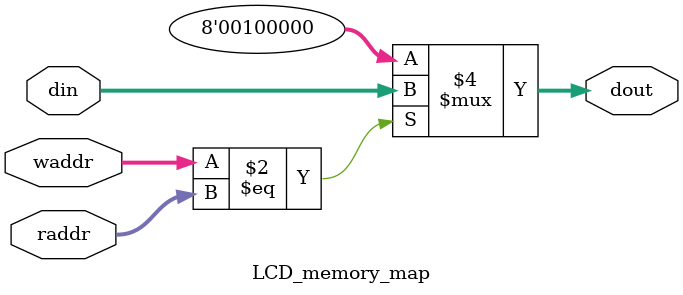
<source format=v>
module LCD_memory_map (
	input		   [4:0]	raddr,
	input		   [7:0]	din,
	input		   [4:0]	waddr,
	output reg	[7:0]	dout
	);
	
   always @(raddr, din, waddr)
      if (waddr == raddr)
         dout = din;
      else
         dout = " ";
	
endmodule

</source>
